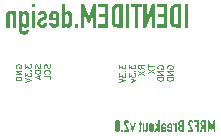
<source format=gbr>
%TF.GenerationSoftware,KiCad,Pcbnew,9.0.4*%
%TF.CreationDate,2025-11-17T08:26:59+00:00*%
%TF.ProjectId,MRF-Pro-v7-breakout-33,4d52462d-5072-46f2-9d76-372d62726561,rev?*%
%TF.SameCoordinates,Original*%
%TF.FileFunction,Legend,Bot*%
%TF.FilePolarity,Positive*%
%FSLAX46Y46*%
G04 Gerber Fmt 4.6, Leading zero omitted, Abs format (unit mm)*
G04 Created by KiCad (PCBNEW 9.0.4) date 2025-11-17 08:26:59*
%MOMM*%
%LPD*%
G01*
G04 APERTURE LIST*
%ADD10C,0.125000*%
%ADD11C,0.150000*%
G04 APERTURE END LIST*
D10*
X120891203Y-132463188D02*
X120867393Y-132415569D01*
X120867393Y-132415569D02*
X120867393Y-132344140D01*
X120867393Y-132344140D02*
X120891203Y-132272712D01*
X120891203Y-132272712D02*
X120938822Y-132225093D01*
X120938822Y-132225093D02*
X120986441Y-132201283D01*
X120986441Y-132201283D02*
X121081679Y-132177474D01*
X121081679Y-132177474D02*
X121153107Y-132177474D01*
X121153107Y-132177474D02*
X121248345Y-132201283D01*
X121248345Y-132201283D02*
X121295964Y-132225093D01*
X121295964Y-132225093D02*
X121343584Y-132272712D01*
X121343584Y-132272712D02*
X121367393Y-132344140D01*
X121367393Y-132344140D02*
X121367393Y-132391759D01*
X121367393Y-132391759D02*
X121343584Y-132463188D01*
X121343584Y-132463188D02*
X121319774Y-132486997D01*
X121319774Y-132486997D02*
X121153107Y-132486997D01*
X121153107Y-132486997D02*
X121153107Y-132391759D01*
X121367393Y-132701283D02*
X120867393Y-132701283D01*
X120867393Y-132701283D02*
X121367393Y-132986997D01*
X121367393Y-132986997D02*
X120867393Y-132986997D01*
X121367393Y-133225093D02*
X120867393Y-133225093D01*
X120867393Y-133225093D02*
X120867393Y-133344141D01*
X120867393Y-133344141D02*
X120891203Y-133415569D01*
X120891203Y-133415569D02*
X120938822Y-133463188D01*
X120938822Y-133463188D02*
X120986441Y-133486998D01*
X120986441Y-133486998D02*
X121081679Y-133510807D01*
X121081679Y-133510807D02*
X121153107Y-133510807D01*
X121153107Y-133510807D02*
X121248345Y-133486998D01*
X121248345Y-133486998D02*
X121295964Y-133463188D01*
X121295964Y-133463188D02*
X121343584Y-133415569D01*
X121343584Y-133415569D02*
X121367393Y-133344141D01*
X121367393Y-133344141D02*
X121367393Y-133225093D01*
X121672365Y-132153664D02*
X121672365Y-132463188D01*
X121672365Y-132463188D02*
X121862841Y-132296521D01*
X121862841Y-132296521D02*
X121862841Y-132367950D01*
X121862841Y-132367950D02*
X121886651Y-132415569D01*
X121886651Y-132415569D02*
X121910460Y-132439378D01*
X121910460Y-132439378D02*
X121958079Y-132463188D01*
X121958079Y-132463188D02*
X122077127Y-132463188D01*
X122077127Y-132463188D02*
X122124746Y-132439378D01*
X122124746Y-132439378D02*
X122148556Y-132415569D01*
X122148556Y-132415569D02*
X122172365Y-132367950D01*
X122172365Y-132367950D02*
X122172365Y-132225093D01*
X122172365Y-132225093D02*
X122148556Y-132177474D01*
X122148556Y-132177474D02*
X122124746Y-132153664D01*
X122124746Y-132677473D02*
X122148556Y-132701283D01*
X122148556Y-132701283D02*
X122172365Y-132677473D01*
X122172365Y-132677473D02*
X122148556Y-132653664D01*
X122148556Y-132653664D02*
X122124746Y-132677473D01*
X122124746Y-132677473D02*
X122172365Y-132677473D01*
X121672365Y-132867949D02*
X121672365Y-133177473D01*
X121672365Y-133177473D02*
X121862841Y-133010806D01*
X121862841Y-133010806D02*
X121862841Y-133082235D01*
X121862841Y-133082235D02*
X121886651Y-133129854D01*
X121886651Y-133129854D02*
X121910460Y-133153663D01*
X121910460Y-133153663D02*
X121958079Y-133177473D01*
X121958079Y-133177473D02*
X122077127Y-133177473D01*
X122077127Y-133177473D02*
X122124746Y-133153663D01*
X122124746Y-133153663D02*
X122148556Y-133129854D01*
X122148556Y-133129854D02*
X122172365Y-133082235D01*
X122172365Y-133082235D02*
X122172365Y-132939378D01*
X122172365Y-132939378D02*
X122148556Y-132891759D01*
X122148556Y-132891759D02*
X122124746Y-132867949D01*
X121672365Y-133320330D02*
X122172365Y-133486996D01*
X122172365Y-133486996D02*
X121672365Y-133653663D01*
X122953528Y-132177474D02*
X122977337Y-132248902D01*
X122977337Y-132248902D02*
X122977337Y-132367950D01*
X122977337Y-132367950D02*
X122953528Y-132415569D01*
X122953528Y-132415569D02*
X122929718Y-132439378D01*
X122929718Y-132439378D02*
X122882099Y-132463188D01*
X122882099Y-132463188D02*
X122834480Y-132463188D01*
X122834480Y-132463188D02*
X122786861Y-132439378D01*
X122786861Y-132439378D02*
X122763051Y-132415569D01*
X122763051Y-132415569D02*
X122739242Y-132367950D01*
X122739242Y-132367950D02*
X122715432Y-132272712D01*
X122715432Y-132272712D02*
X122691623Y-132225093D01*
X122691623Y-132225093D02*
X122667813Y-132201283D01*
X122667813Y-132201283D02*
X122620194Y-132177474D01*
X122620194Y-132177474D02*
X122572575Y-132177474D01*
X122572575Y-132177474D02*
X122524956Y-132201283D01*
X122524956Y-132201283D02*
X122501147Y-132225093D01*
X122501147Y-132225093D02*
X122477337Y-132272712D01*
X122477337Y-132272712D02*
X122477337Y-132391759D01*
X122477337Y-132391759D02*
X122501147Y-132463188D01*
X122977337Y-132677473D02*
X122477337Y-132677473D01*
X122477337Y-132677473D02*
X122477337Y-132796521D01*
X122477337Y-132796521D02*
X122501147Y-132867949D01*
X122501147Y-132867949D02*
X122548766Y-132915568D01*
X122548766Y-132915568D02*
X122596385Y-132939378D01*
X122596385Y-132939378D02*
X122691623Y-132963187D01*
X122691623Y-132963187D02*
X122763051Y-132963187D01*
X122763051Y-132963187D02*
X122858289Y-132939378D01*
X122858289Y-132939378D02*
X122905908Y-132915568D01*
X122905908Y-132915568D02*
X122953528Y-132867949D01*
X122953528Y-132867949D02*
X122977337Y-132796521D01*
X122977337Y-132796521D02*
X122977337Y-132677473D01*
X122834480Y-133153664D02*
X122834480Y-133391759D01*
X122977337Y-133106045D02*
X122477337Y-133272711D01*
X122477337Y-133272711D02*
X122977337Y-133439378D01*
X123758500Y-132177474D02*
X123782309Y-132248902D01*
X123782309Y-132248902D02*
X123782309Y-132367950D01*
X123782309Y-132367950D02*
X123758500Y-132415569D01*
X123758500Y-132415569D02*
X123734690Y-132439378D01*
X123734690Y-132439378D02*
X123687071Y-132463188D01*
X123687071Y-132463188D02*
X123639452Y-132463188D01*
X123639452Y-132463188D02*
X123591833Y-132439378D01*
X123591833Y-132439378D02*
X123568023Y-132415569D01*
X123568023Y-132415569D02*
X123544214Y-132367950D01*
X123544214Y-132367950D02*
X123520404Y-132272712D01*
X123520404Y-132272712D02*
X123496595Y-132225093D01*
X123496595Y-132225093D02*
X123472785Y-132201283D01*
X123472785Y-132201283D02*
X123425166Y-132177474D01*
X123425166Y-132177474D02*
X123377547Y-132177474D01*
X123377547Y-132177474D02*
X123329928Y-132201283D01*
X123329928Y-132201283D02*
X123306119Y-132225093D01*
X123306119Y-132225093D02*
X123282309Y-132272712D01*
X123282309Y-132272712D02*
X123282309Y-132391759D01*
X123282309Y-132391759D02*
X123306119Y-132463188D01*
X123734690Y-132963187D02*
X123758500Y-132939378D01*
X123758500Y-132939378D02*
X123782309Y-132867949D01*
X123782309Y-132867949D02*
X123782309Y-132820330D01*
X123782309Y-132820330D02*
X123758500Y-132748902D01*
X123758500Y-132748902D02*
X123710880Y-132701283D01*
X123710880Y-132701283D02*
X123663261Y-132677473D01*
X123663261Y-132677473D02*
X123568023Y-132653664D01*
X123568023Y-132653664D02*
X123496595Y-132653664D01*
X123496595Y-132653664D02*
X123401357Y-132677473D01*
X123401357Y-132677473D02*
X123353738Y-132701283D01*
X123353738Y-132701283D02*
X123306119Y-132748902D01*
X123306119Y-132748902D02*
X123282309Y-132820330D01*
X123282309Y-132820330D02*
X123282309Y-132867949D01*
X123282309Y-132867949D02*
X123306119Y-132939378D01*
X123306119Y-132939378D02*
X123329928Y-132963187D01*
X123782309Y-133415568D02*
X123782309Y-133177473D01*
X123782309Y-133177473D02*
X123282309Y-133177473D01*
D11*
G36*
X135459316Y-129060000D02*
G01*
X135459316Y-127066978D01*
X135173674Y-127066978D01*
X135173674Y-129060000D01*
X135459316Y-129060000D01*
G37*
G36*
X134896580Y-129060000D02*
G01*
X134499808Y-129060000D01*
X134372553Y-129050537D01*
X134267687Y-129024148D01*
X134181172Y-128982806D01*
X134109874Y-128927009D01*
X134053983Y-128856936D01*
X134011797Y-128767878D01*
X133984334Y-128655489D01*
X133974319Y-128514239D01*
X133974319Y-127582086D01*
X133974471Y-127580010D01*
X134259961Y-127580010D01*
X134259961Y-128544159D01*
X134266624Y-128629183D01*
X134284170Y-128690461D01*
X134310153Y-128733813D01*
X134347975Y-128765528D01*
X134402581Y-128786378D01*
X134480024Y-128794263D01*
X134610938Y-128794263D01*
X134610938Y-127332714D01*
X134480024Y-127332714D01*
X134399185Y-127341247D01*
X134344018Y-127363558D01*
X134307344Y-127397316D01*
X134273045Y-127470672D01*
X134259961Y-127580010D01*
X133974471Y-127580010D01*
X133983342Y-127458844D01*
X134008561Y-127356669D01*
X134048135Y-127271838D01*
X134101570Y-127201434D01*
X134169029Y-127144902D01*
X134251418Y-127103162D01*
X134351870Y-127076537D01*
X134474528Y-127066978D01*
X134896580Y-127066978D01*
X134896580Y-129060000D01*
G37*
G36*
X133704675Y-129060000D02*
G01*
X133704675Y-127066978D01*
X132852756Y-127066978D01*
X132852756Y-127332714D01*
X133419033Y-127332714D01*
X133419033Y-127918897D01*
X132927006Y-127918897D01*
X132927006Y-128184633D01*
X133419033Y-128184633D01*
X133419033Y-128774113D01*
X132852756Y-128774113D01*
X132852756Y-129060000D01*
X133704675Y-129060000D01*
G37*
G36*
X132676901Y-129060000D02*
G01*
X132676901Y-127066978D01*
X132405181Y-127066978D01*
X131965666Y-128267798D01*
X131965666Y-127066978D01*
X131680024Y-127066978D01*
X131680024Y-129060000D01*
X131946249Y-129060000D01*
X132391259Y-127861988D01*
X132391259Y-129060000D01*
X132676901Y-129060000D01*
G37*
G36*
X131235258Y-129060000D02*
G01*
X131235258Y-127332714D01*
X131567062Y-127332714D01*
X131567062Y-127066978D01*
X130621353Y-127066978D01*
X130621353Y-127332714D01*
X130949616Y-127332714D01*
X130949616Y-129060000D01*
X131235258Y-129060000D01*
G37*
G36*
X130490439Y-129060000D02*
G01*
X130490439Y-127066978D01*
X130204797Y-127066978D01*
X130204797Y-129060000D01*
X130490439Y-129060000D01*
G37*
G36*
X129927704Y-129060000D02*
G01*
X129530931Y-129060000D01*
X129403676Y-129050537D01*
X129298811Y-129024148D01*
X129212295Y-128982806D01*
X129140997Y-128927009D01*
X129085107Y-128856936D01*
X129042920Y-128767878D01*
X129015458Y-128655489D01*
X129005443Y-128514239D01*
X129005443Y-127582086D01*
X129005595Y-127580010D01*
X129291085Y-127580010D01*
X129291085Y-128544159D01*
X129297748Y-128629183D01*
X129315294Y-128690461D01*
X129341277Y-128733813D01*
X129379099Y-128765528D01*
X129433705Y-128786378D01*
X129511147Y-128794263D01*
X129642062Y-128794263D01*
X129642062Y-127332714D01*
X129511147Y-127332714D01*
X129430309Y-127341247D01*
X129375141Y-127363558D01*
X129338468Y-127397316D01*
X129304168Y-127470672D01*
X129291085Y-127580010D01*
X129005595Y-127580010D01*
X129014466Y-127458844D01*
X129039685Y-127356669D01*
X129079259Y-127271838D01*
X129132693Y-127201434D01*
X129200153Y-127144902D01*
X129282541Y-127103162D01*
X129382994Y-127076537D01*
X129505652Y-127066978D01*
X129927704Y-127066978D01*
X129927704Y-129060000D01*
G37*
G36*
X128735799Y-129060000D02*
G01*
X128735799Y-127066978D01*
X127883879Y-127066978D01*
X127883879Y-127332714D01*
X128450157Y-127332714D01*
X128450157Y-127918897D01*
X127958129Y-127918897D01*
X127958129Y-128184633D01*
X128450157Y-128184633D01*
X128450157Y-128774113D01*
X127883879Y-128774113D01*
X127883879Y-129060000D01*
X128735799Y-129060000D01*
G37*
G36*
X127700209Y-129060000D02*
G01*
X127700209Y-127066978D01*
X127428489Y-127066978D01*
X127059682Y-128122229D01*
X127054064Y-128122229D01*
X126687822Y-127066978D01*
X126410607Y-127066978D01*
X126410607Y-129060000D01*
X126696249Y-129060000D01*
X126696249Y-127847944D01*
X126701866Y-127847944D01*
X126986409Y-128704504D01*
X127130024Y-128704504D01*
X127414567Y-127847944D01*
X127414567Y-129060000D01*
X127700209Y-129060000D01*
G37*
G36*
X126160502Y-129060000D02*
G01*
X126160502Y-128774113D01*
X125874860Y-128774113D01*
X125874860Y-129060000D01*
X126160502Y-129060000D01*
G37*
G36*
X125077285Y-127767588D02*
G01*
X125130258Y-127704856D01*
X125190858Y-127659755D01*
X125260395Y-127631598D01*
X125340823Y-127621898D01*
X125439287Y-127632245D01*
X125500680Y-127658290D01*
X125566351Y-127712694D01*
X125609729Y-127781493D01*
X125632327Y-127868339D01*
X125640753Y-128095240D01*
X125640753Y-128635872D01*
X125629640Y-128823572D01*
X125614335Y-128890042D01*
X125593248Y-128941175D01*
X125552324Y-128999279D01*
X125499249Y-129040451D01*
X125431616Y-129066298D01*
X125345097Y-129075631D01*
X125253018Y-129064518D01*
X125183286Y-129033866D01*
X125127477Y-128988070D01*
X125074476Y-128931039D01*
X125074476Y-129060000D01*
X124788834Y-129060000D01*
X124788834Y-128062023D01*
X125074476Y-128062023D01*
X125074476Y-128614256D01*
X125084788Y-128687265D01*
X125113433Y-128741873D01*
X125158379Y-128778531D01*
X125216137Y-128790844D01*
X125261399Y-128784502D01*
X125295695Y-128766811D01*
X125321772Y-128737599D01*
X125346059Y-128678867D01*
X125355111Y-128597404D01*
X125355111Y-128076067D01*
X125347580Y-128011928D01*
X125326046Y-127958342D01*
X125302359Y-127931366D01*
X125267185Y-127914222D01*
X125216137Y-127907784D01*
X125160071Y-127918736D01*
X125114776Y-127951259D01*
X125084882Y-127999787D01*
X125074476Y-128062023D01*
X124788834Y-128062023D01*
X124788834Y-127066978D01*
X125077285Y-127066978D01*
X125077285Y-127767588D01*
G37*
G36*
X124238129Y-127628604D02*
G01*
X124313561Y-127647619D01*
X124378384Y-127677951D01*
X124461674Y-127743360D01*
X124522732Y-127826451D01*
X124548247Y-127885454D01*
X124564741Y-127955167D01*
X124575854Y-128114902D01*
X124575854Y-128582627D01*
X124564741Y-128742362D01*
X124548247Y-128812074D01*
X124522732Y-128871078D01*
X124461679Y-128954193D01*
X124378384Y-129019699D01*
X124313569Y-129049963D01*
X124238136Y-129068938D01*
X124149895Y-129075631D01*
X124055222Y-129066942D01*
X123973429Y-129042048D01*
X123900109Y-129001891D01*
X123838852Y-128949724D01*
X123775978Y-128866947D01*
X123737495Y-128767843D01*
X123723935Y-128647718D01*
X124009577Y-128647718D01*
X124020188Y-128694338D01*
X124041817Y-128742484D01*
X124063755Y-128767374D01*
X124098049Y-128783549D01*
X124149773Y-128789745D01*
X124209180Y-128780174D01*
X124252355Y-128753475D01*
X124280141Y-128711221D01*
X124290212Y-128650526D01*
X124290212Y-128458185D01*
X123723935Y-128458185D01*
X123723935Y-128069717D01*
X124009577Y-128069717D01*
X124009577Y-128231528D01*
X124290212Y-128231528D01*
X124290212Y-128069717D01*
X124279772Y-127995860D01*
X124252355Y-127948328D01*
X124208812Y-127918333D01*
X124149773Y-127907784D01*
X124090945Y-127918322D01*
X124047435Y-127948328D01*
X124020018Y-127995860D01*
X124009577Y-128069717D01*
X123723935Y-128069717D01*
X123723935Y-128065321D01*
X123737042Y-127942342D01*
X123774559Y-127837960D01*
X123836043Y-127748171D01*
X123897517Y-127695962D01*
X123971964Y-127655603D01*
X124055027Y-127630582D01*
X124149895Y-127621898D01*
X124238129Y-127628604D01*
G37*
G36*
X123000976Y-128034180D02*
G01*
X123012546Y-127968113D01*
X123044207Y-127924270D01*
X123090577Y-127896761D01*
X123143126Y-127887634D01*
X123203418Y-127898984D01*
X123246196Y-127931109D01*
X123273322Y-127977800D01*
X123282344Y-128030760D01*
X123277526Y-128069454D01*
X123262683Y-128108185D01*
X123232294Y-128140936D01*
X123161444Y-128176817D01*
X122992794Y-128244228D01*
X122891860Y-128293669D01*
X122820296Y-128349948D01*
X122772243Y-128412878D01*
X122738727Y-128486029D01*
X122718608Y-128563345D01*
X122711793Y-128646008D01*
X122720019Y-128733352D01*
X122744155Y-128813070D01*
X122782546Y-128885911D01*
X122832693Y-128949235D01*
X122894103Y-129001615D01*
X122967637Y-129041926D01*
X123048989Y-129067034D01*
X123139218Y-129075631D01*
X123251050Y-129063078D01*
X123347289Y-129026851D01*
X123431454Y-128966821D01*
X123484442Y-128908093D01*
X123527198Y-128834563D01*
X123554140Y-128750688D01*
X123563712Y-128649183D01*
X123296144Y-128649183D01*
X123281575Y-128706240D01*
X123254867Y-128759214D01*
X123229061Y-128786297D01*
X123192038Y-128803489D01*
X123139706Y-128809895D01*
X123080470Y-128799792D01*
X123027355Y-128769228D01*
X122990404Y-128721325D01*
X122977529Y-128655411D01*
X122985495Y-128599887D01*
X123008426Y-128554417D01*
X123048212Y-128517573D01*
X123120900Y-128481266D01*
X123258653Y-128430708D01*
X123344053Y-128390506D01*
X123414083Y-128340520D01*
X123470778Y-128280621D01*
X123513121Y-128210590D01*
X123539047Y-128130401D01*
X123548080Y-128037477D01*
X123539582Y-127950202D01*
X123514619Y-127870537D01*
X123474638Y-127798226D01*
X123422418Y-127737058D01*
X123361993Y-127687685D01*
X123291381Y-127651451D01*
X123213799Y-127629403D01*
X123129448Y-127621898D01*
X123045263Y-127629710D01*
X122968981Y-127652550D01*
X122899887Y-127689671D01*
X122841852Y-127738890D01*
X122794804Y-127799251D01*
X122758199Y-127871270D01*
X122735203Y-127949835D01*
X122727424Y-128034180D01*
X123000976Y-128034180D01*
G37*
G36*
X122532030Y-129060000D02*
G01*
X122532030Y-127637529D01*
X122246388Y-127637529D01*
X122246388Y-129060000D01*
X122532030Y-129060000D01*
G37*
G36*
X122532030Y-127352864D02*
G01*
X122532030Y-127066978D01*
X122246388Y-127066978D01*
X122246388Y-127352864D01*
X122532030Y-127352864D01*
G37*
G36*
X121811796Y-127636154D02*
G01*
X121872819Y-127662198D01*
X121938179Y-127716640D01*
X121981369Y-127785478D01*
X122003855Y-127872369D01*
X122012281Y-128099270D01*
X122012281Y-128640268D01*
X122001168Y-128827969D01*
X121985854Y-128894529D01*
X121964776Y-128945572D01*
X121923844Y-129003737D01*
X121870765Y-129044944D01*
X121803134Y-129070810D01*
X121716625Y-129080150D01*
X121634015Y-129070396D01*
X121564462Y-129042414D01*
X121504206Y-128997234D01*
X121451500Y-128934459D01*
X121446004Y-128934459D01*
X121446004Y-129214239D01*
X121454195Y-129277090D01*
X121476901Y-129324759D01*
X121515645Y-129356440D01*
X121577896Y-129368112D01*
X121643662Y-129356284D01*
X121688782Y-129323415D01*
X121717534Y-129276374D01*
X121726639Y-129228283D01*
X122012281Y-129228283D01*
X121989670Y-129347232D01*
X121955006Y-129434057D01*
X121906187Y-129507087D01*
X121850226Y-129561552D01*
X121788350Y-129604788D01*
X121721755Y-129632871D01*
X121652244Y-129648882D01*
X121587665Y-129653998D01*
X121481002Y-129643993D01*
X121395080Y-129616140D01*
X121320203Y-129571750D01*
X121260868Y-129516612D01*
X121215127Y-129453753D01*
X121184176Y-129383377D01*
X121166219Y-129308863D01*
X121160362Y-129236221D01*
X121160362Y-128087791D01*
X121446004Y-128087791D01*
X121446004Y-128640146D01*
X121456410Y-128702383D01*
X121486304Y-128750910D01*
X121531590Y-128783337D01*
X121587665Y-128794263D01*
X121638726Y-128787837D01*
X121673898Y-128770730D01*
X121697575Y-128743827D01*
X121719108Y-128690242D01*
X121726639Y-128626102D01*
X121726639Y-128104521D01*
X121717591Y-128023165D01*
X121693300Y-127964448D01*
X121667214Y-127935162D01*
X121632917Y-127917434D01*
X121587665Y-127911081D01*
X121529918Y-127923420D01*
X121484961Y-127960174D01*
X121456316Y-128014782D01*
X121446004Y-128087791D01*
X121160362Y-128087791D01*
X121160362Y-127641437D01*
X121446004Y-127641437D01*
X121446004Y-127770642D01*
X121499005Y-127713611D01*
X121554815Y-127667571D01*
X121623203Y-127637041D01*
X121713817Y-127625806D01*
X121811796Y-127636154D01*
G37*
G36*
X120923935Y-129060000D02*
G01*
X120923935Y-127637529D01*
X120638293Y-127637529D01*
X120638293Y-127775526D01*
X120632798Y-127775526D01*
X120583331Y-127714144D01*
X120525453Y-127665251D01*
X120456381Y-127633430D01*
X120364863Y-127621898D01*
X120312326Y-127626383D01*
X120258984Y-127640094D01*
X120209101Y-127664058D01*
X120164096Y-127700422D01*
X120127148Y-127747249D01*
X120097173Y-127808377D01*
X120078809Y-127878406D01*
X120072016Y-127969455D01*
X120072016Y-129060000D01*
X120357658Y-129060000D01*
X120357658Y-128076067D01*
X120367440Y-128003492D01*
X120393806Y-127952725D01*
X120436600Y-127919456D01*
X120496632Y-127907784D01*
X120547648Y-127914184D01*
X120583301Y-127931314D01*
X120607763Y-127958342D01*
X120629658Y-128015393D01*
X120638293Y-128104033D01*
X120638293Y-129060000D01*
X120923935Y-129060000D01*
G37*
G36*
X137783565Y-137880000D02*
G01*
X137783565Y-136883489D01*
X137647705Y-136883489D01*
X137463302Y-137411114D01*
X137460493Y-137411114D01*
X137277372Y-136883489D01*
X137138764Y-136883489D01*
X137138764Y-137880000D01*
X137281585Y-137880000D01*
X137281585Y-137273972D01*
X137284394Y-137273972D01*
X137426666Y-137702252D01*
X137498473Y-137702252D01*
X137640744Y-137273972D01*
X137640744Y-137880000D01*
X137783565Y-137880000D01*
G37*
G36*
X137005896Y-137880000D02*
G01*
X136863075Y-137880000D01*
X136863075Y-137454040D01*
X136778079Y-137454040D01*
X136645638Y-137880000D01*
X136494452Y-137880000D01*
X136648447Y-137424853D01*
X136606210Y-137396114D01*
X136574719Y-137363125D01*
X136552520Y-137325507D01*
X136537903Y-137283599D01*
X136528557Y-137234137D01*
X136525226Y-137175786D01*
X136525457Y-137172672D01*
X136668047Y-137172672D01*
X136672199Y-137239534D01*
X136678358Y-137266912D01*
X136687526Y-137288138D01*
X136702372Y-137305428D01*
X136722391Y-137318424D01*
X136746852Y-137326044D01*
X136782292Y-137328988D01*
X136863075Y-137328988D01*
X136863075Y-137016357D01*
X136789253Y-137016357D01*
X136741807Y-137021561D01*
X136709838Y-137035137D01*
X136688930Y-137055741D01*
X136678636Y-137078324D01*
X136672199Y-137105811D01*
X136668047Y-137172672D01*
X136525457Y-137172672D01*
X136531584Y-137090228D01*
X136548819Y-137024159D01*
X136575024Y-136973535D01*
X136609577Y-136935266D01*
X136653216Y-136907504D01*
X136707935Y-136889863D01*
X136776735Y-136883489D01*
X137005896Y-136883489D01*
X137005896Y-137880000D01*
G37*
G36*
X136409944Y-137880000D02*
G01*
X136409944Y-136883489D01*
X135983984Y-136883489D01*
X135983984Y-137016357D01*
X136267123Y-137016357D01*
X136267123Y-137321172D01*
X136021109Y-137321172D01*
X136021109Y-137454040D01*
X136267123Y-137454040D01*
X136267123Y-137880000D01*
X136409944Y-137880000D01*
G37*
G36*
X135911688Y-137880000D02*
G01*
X135911688Y-137745483D01*
X135655416Y-137258951D01*
X135639512Y-137223014D01*
X135633129Y-137195143D01*
X135630321Y-137127121D01*
X135630321Y-137088592D01*
X135632158Y-137069021D01*
X135637342Y-137052749D01*
X135646026Y-137038643D01*
X135658347Y-137026859D01*
X135674367Y-137019280D01*
X135698892Y-137016357D01*
X135728431Y-137021149D01*
X135750000Y-137034553D01*
X135763782Y-137055948D01*
X135768867Y-137087798D01*
X135768867Y-137169192D01*
X135911688Y-137169192D01*
X135911688Y-137090668D01*
X135907456Y-137046988D01*
X135894958Y-137006587D01*
X135875007Y-136969670D01*
X135848918Y-136937894D01*
X135818441Y-136911595D01*
X135781934Y-136890938D01*
X135741677Y-136877839D01*
X135698220Y-136873414D01*
X135645077Y-136878789D01*
X135602660Y-136893747D01*
X135566107Y-136917817D01*
X135536348Y-136949129D01*
X135514731Y-136986276D01*
X135499406Y-137029057D01*
X135490537Y-137074845D01*
X135487500Y-137124373D01*
X135487500Y-137185373D01*
X135491713Y-137232329D01*
X135505818Y-137277208D01*
X135532562Y-137331857D01*
X135743649Y-137737056D01*
X135485729Y-137737056D01*
X135485729Y-137880000D01*
X135911688Y-137880000D01*
G37*
G36*
X135111549Y-137880000D02*
G01*
X134917315Y-137880000D01*
X134846902Y-137874788D01*
X134791415Y-137860540D01*
X134747889Y-137838679D01*
X134714043Y-137809658D01*
X134687558Y-137772990D01*
X134667740Y-137728189D01*
X134655003Y-137673577D01*
X134650418Y-137607058D01*
X134650418Y-137567491D01*
X134783286Y-137567491D01*
X134786095Y-137635329D01*
X134791544Y-137664916D01*
X134801543Y-137689002D01*
X134817054Y-137708993D01*
X134838790Y-137724356D01*
X134866060Y-137733486D01*
X134906934Y-137737056D01*
X134968728Y-137737056D01*
X134968728Y-137414961D01*
X134905530Y-137414961D01*
X134868232Y-137417522D01*
X134842332Y-137424120D01*
X134820784Y-137436039D01*
X134804352Y-137453124D01*
X134794032Y-137474383D01*
X134787500Y-137501118D01*
X134783286Y-137567491D01*
X134650418Y-137567491D01*
X134650418Y-137550760D01*
X134653463Y-137497491D01*
X134661680Y-137456056D01*
X134673988Y-137424181D01*
X134692456Y-137395869D01*
X134716650Y-137372557D01*
X134747322Y-137353839D01*
X134704189Y-137322354D01*
X134675331Y-137287039D01*
X134664666Y-137264908D01*
X134656707Y-137238312D01*
X134652137Y-137208903D01*
X134650418Y-137170169D01*
X134650418Y-137150324D01*
X134783286Y-137150324D01*
X134786501Y-137195475D01*
X134795081Y-137229300D01*
X134807894Y-137254310D01*
X134827328Y-137272746D01*
X134857868Y-137285110D01*
X134904125Y-137289909D01*
X134968728Y-137289909D01*
X134968728Y-137016357D01*
X134909743Y-137016357D01*
X134863160Y-137020850D01*
X134831545Y-137032501D01*
X134810703Y-137049818D01*
X134796372Y-137073716D01*
X134786852Y-137106334D01*
X134783286Y-137150324D01*
X134650418Y-137150324D01*
X134650418Y-137133960D01*
X134653773Y-137085928D01*
X134663729Y-137040048D01*
X134681387Y-136997337D01*
X134707693Y-136959998D01*
X134742234Y-136929113D01*
X134786706Y-136904371D01*
X134837969Y-136889071D01*
X134903332Y-136883489D01*
X135111549Y-136883489D01*
X135111549Y-137880000D01*
G37*
G36*
X134523412Y-137880000D02*
G01*
X134523412Y-137168764D01*
X134380591Y-137168764D01*
X134380591Y-137244785D01*
X134336384Y-137209080D01*
X134295106Y-137183358D01*
X134249778Y-137166926D01*
X134191242Y-137160949D01*
X134191242Y-137312318D01*
X134212676Y-137305992D01*
X134234717Y-137303892D01*
X134283138Y-137311646D01*
X134307777Y-137321924D01*
X134330094Y-137337536D01*
X134350189Y-137358237D01*
X134366608Y-137385225D01*
X134376832Y-137416809D01*
X134380591Y-137458070D01*
X134380591Y-137880000D01*
X134523412Y-137880000D01*
G37*
G36*
X133977438Y-137164302D02*
G01*
X134015154Y-137173809D01*
X134047566Y-137188975D01*
X134089211Y-137221680D01*
X134119740Y-137263225D01*
X134132497Y-137292727D01*
X134140744Y-137327583D01*
X134146301Y-137407451D01*
X134146301Y-137641313D01*
X134140744Y-137721181D01*
X134132497Y-137756037D01*
X134119740Y-137785539D01*
X134089214Y-137827096D01*
X134047566Y-137859849D01*
X134015158Y-137874981D01*
X133977442Y-137884469D01*
X133933321Y-137887815D01*
X133885985Y-137883471D01*
X133845088Y-137871024D01*
X133808428Y-137850945D01*
X133777800Y-137824862D01*
X133746363Y-137783473D01*
X133727121Y-137733921D01*
X133720341Y-137673859D01*
X133863162Y-137673859D01*
X133868468Y-137697169D01*
X133879282Y-137721242D01*
X133890251Y-137733687D01*
X133907398Y-137741774D01*
X133933260Y-137744872D01*
X133962964Y-137740087D01*
X133984551Y-137726737D01*
X133998444Y-137705610D01*
X134003480Y-137675263D01*
X134003480Y-137579092D01*
X133720341Y-137579092D01*
X133720341Y-137384858D01*
X133863162Y-137384858D01*
X133863162Y-137465764D01*
X134003480Y-137465764D01*
X134003480Y-137384858D01*
X133998260Y-137347930D01*
X133984551Y-137324164D01*
X133962780Y-137309166D01*
X133933260Y-137303892D01*
X133903846Y-137309161D01*
X133882091Y-137324164D01*
X133868383Y-137347930D01*
X133863162Y-137384858D01*
X133720341Y-137384858D01*
X133720341Y-137382660D01*
X133726895Y-137321171D01*
X133745654Y-137268980D01*
X133776395Y-137224085D01*
X133807132Y-137197981D01*
X133844356Y-137177801D01*
X133885888Y-137165291D01*
X133933321Y-137160949D01*
X133977438Y-137164302D01*
G37*
G36*
X133464616Y-137165124D02*
G01*
X133505591Y-137177069D01*
X133542325Y-137196350D01*
X133572880Y-137221215D01*
X133605731Y-137263602D01*
X133627307Y-137314279D01*
X133637421Y-137375333D01*
X133498813Y-137375333D01*
X133487322Y-137343840D01*
X133468527Y-137322088D01*
X133443937Y-137308388D01*
X133417175Y-137303892D01*
X133391136Y-137306956D01*
X133373103Y-137315084D01*
X133360877Y-137327705D01*
X133349496Y-137353723D01*
X133345368Y-137387972D01*
X133345368Y-137462161D01*
X133366434Y-137460757D01*
X133383286Y-137459352D01*
X133398735Y-137457948D01*
X133414122Y-137457948D01*
X133478363Y-137462010D01*
X133525069Y-137472663D01*
X133564771Y-137491529D01*
X133593885Y-137516810D01*
X133616048Y-137550641D01*
X133630399Y-137593136D01*
X133637603Y-137640505D01*
X133640230Y-137698771D01*
X133636165Y-137754590D01*
X133625514Y-137794698D01*
X133607825Y-137828370D01*
X133586863Y-137851423D01*
X133561972Y-137869339D01*
X133537037Y-137880061D01*
X133485807Y-137887815D01*
X133437590Y-137882075D01*
X133405024Y-137866994D01*
X133377511Y-137842767D01*
X133348176Y-137807215D01*
X133345368Y-137807215D01*
X133345368Y-137879450D01*
X133202547Y-137879450D01*
X133202547Y-137575490D01*
X133345368Y-137575490D01*
X133345368Y-137671905D01*
X133350921Y-137711729D01*
X133365823Y-137739010D01*
X133389680Y-137756579D01*
X133422793Y-137762763D01*
X133454449Y-137756313D01*
X133477686Y-137737606D01*
X133492176Y-137709559D01*
X133497409Y-137671905D01*
X133493145Y-137635318D01*
X133481856Y-137610039D01*
X133464375Y-137592953D01*
X133428741Y-137576917D01*
X133384813Y-137571277D01*
X133345368Y-137575490D01*
X133202547Y-137575490D01*
X133202547Y-137385041D01*
X133206990Y-137331224D01*
X133219399Y-137287039D01*
X133239419Y-137247899D01*
X133264279Y-137216941D01*
X133296109Y-137192535D01*
X133333033Y-137174993D01*
X133373324Y-137164523D01*
X133417175Y-137160949D01*
X133464616Y-137165124D01*
G37*
G36*
X133098988Y-137880000D02*
G01*
X133098988Y-136883489D01*
X132956167Y-136883489D01*
X132956167Y-137478770D01*
X132953419Y-137478770D01*
X132781167Y-137168764D01*
X132638407Y-137168764D01*
X132807789Y-137457765D01*
X132603419Y-137880000D01*
X132758818Y-137880000D01*
X132887595Y-137572803D01*
X132956167Y-137680819D01*
X132956167Y-137880000D01*
X133098988Y-137880000D01*
G37*
G36*
X132414284Y-137164302D02*
G01*
X132452000Y-137173809D01*
X132484412Y-137188975D01*
X132526057Y-137221680D01*
X132556585Y-137263225D01*
X132569343Y-137292727D01*
X132577590Y-137327583D01*
X132583147Y-137407451D01*
X132583147Y-137641313D01*
X132577590Y-137721181D01*
X132569343Y-137756037D01*
X132556585Y-137785539D01*
X132526059Y-137827096D01*
X132484412Y-137859849D01*
X132452004Y-137874981D01*
X132414288Y-137884469D01*
X132370167Y-137887815D01*
X132326088Y-137884469D01*
X132288413Y-137874981D01*
X132256045Y-137859849D01*
X132214347Y-137827092D01*
X132183810Y-137785539D01*
X132171052Y-137756037D01*
X132162805Y-137721181D01*
X132157187Y-137641313D01*
X132157187Y-137407451D01*
X132158759Y-137385102D01*
X132300008Y-137385102D01*
X132300008Y-137663722D01*
X132305230Y-137700768D01*
X132318937Y-137724600D01*
X132340692Y-137739603D01*
X132370106Y-137744872D01*
X132399625Y-137739598D01*
X132421397Y-137724600D01*
X132435104Y-137700768D01*
X132440326Y-137663722D01*
X132440326Y-137385102D01*
X132435104Y-137348057D01*
X132421397Y-137324225D01*
X132399620Y-137309180D01*
X132370106Y-137303892D01*
X132340697Y-137309175D01*
X132318937Y-137324225D01*
X132305230Y-137348057D01*
X132300008Y-137385102D01*
X132158759Y-137385102D01*
X132162805Y-137327583D01*
X132171052Y-137292727D01*
X132183810Y-137263225D01*
X132214349Y-137221684D01*
X132256045Y-137188975D01*
X132288417Y-137173809D01*
X132326091Y-137164302D01*
X132370167Y-137160949D01*
X132414284Y-137164302D01*
G37*
G36*
X131627669Y-137168764D02*
G01*
X131627669Y-137880000D01*
X131770490Y-137880000D01*
X131770490Y-137811001D01*
X131773237Y-137811001D01*
X131797986Y-137841738D01*
X131826971Y-137866200D01*
X131861451Y-137882062D01*
X131907205Y-137887815D01*
X131933473Y-137885573D01*
X131960144Y-137878717D01*
X131985092Y-137866700D01*
X132007588Y-137848553D01*
X132026079Y-137825151D01*
X132041111Y-137794637D01*
X132050248Y-137759565D01*
X132053628Y-137713975D01*
X132053628Y-137168764D01*
X131910807Y-137168764D01*
X131910807Y-137660792D01*
X131905916Y-137697079D01*
X131892733Y-137722463D01*
X131871342Y-137739050D01*
X131841320Y-137744872D01*
X131815806Y-137741678D01*
X131797981Y-137733132D01*
X131785755Y-137719654D01*
X131774809Y-137691122D01*
X131770490Y-137646748D01*
X131770490Y-137168764D01*
X131627669Y-137168764D01*
G37*
G36*
X131507684Y-137168764D02*
G01*
X131507684Y-136953831D01*
X131364863Y-136953831D01*
X131364863Y-137168764D01*
X131278890Y-137168764D01*
X131278890Y-137282093D01*
X131364863Y-137282093D01*
X131364863Y-137676912D01*
X131360101Y-137716235D01*
X131353666Y-137728712D01*
X131344408Y-137737362D01*
X131317786Y-137745727D01*
X131278890Y-137747131D01*
X131278890Y-137880000D01*
X131337142Y-137880000D01*
X131383201Y-137875853D01*
X131418230Y-137864612D01*
X131448057Y-137846726D01*
X131470254Y-137825411D01*
X131487037Y-137800099D01*
X131498709Y-137771495D01*
X131505506Y-137741456D01*
X131507684Y-137713365D01*
X131507684Y-137282093D01*
X131579797Y-137282093D01*
X131579797Y-137168764D01*
X131507684Y-137168764D01*
G37*
G36*
X130528698Y-137168764D02*
G01*
X130713529Y-137880000D01*
X130839497Y-137880000D01*
X131024328Y-137168764D01*
X130873142Y-137168764D01*
X130777948Y-137623300D01*
X130775139Y-137623300D01*
X130679945Y-137168764D01*
X130528698Y-137168764D01*
G37*
G36*
X130483635Y-137880000D02*
G01*
X130483635Y-137745483D01*
X130227363Y-137258951D01*
X130211459Y-137223014D01*
X130205076Y-137195143D01*
X130202267Y-137127121D01*
X130202267Y-137088592D01*
X130204105Y-137069021D01*
X130209289Y-137052749D01*
X130217973Y-137038643D01*
X130230294Y-137026859D01*
X130246314Y-137019280D01*
X130270839Y-137016357D01*
X130300378Y-137021149D01*
X130321946Y-137034553D01*
X130335729Y-137055948D01*
X130340814Y-137087798D01*
X130340814Y-137169192D01*
X130483635Y-137169192D01*
X130483635Y-137090668D01*
X130479403Y-137046988D01*
X130466905Y-137006587D01*
X130446954Y-136969670D01*
X130420865Y-136937894D01*
X130390388Y-136911595D01*
X130353881Y-136890938D01*
X130313624Y-136877839D01*
X130270167Y-136873414D01*
X130217024Y-136878789D01*
X130174607Y-136893747D01*
X130138054Y-136917817D01*
X130108295Y-136949129D01*
X130086678Y-136986276D01*
X130071353Y-137029057D01*
X130062484Y-137074845D01*
X130059446Y-137124373D01*
X130059446Y-137185373D01*
X130063660Y-137232329D01*
X130077765Y-137277208D01*
X130104509Y-137331857D01*
X130315596Y-137737056D01*
X130057676Y-137737056D01*
X130057676Y-137880000D01*
X130483635Y-137880000D01*
G37*
G36*
X129951186Y-137880000D02*
G01*
X129951186Y-137737056D01*
X129808365Y-137737056D01*
X129808365Y-137880000D01*
X129951186Y-137880000D01*
G37*
G36*
X129531337Y-136877110D02*
G01*
X129570655Y-136888129D01*
X129606971Y-136906211D01*
X129638616Y-136930872D01*
X129664910Y-136961477D01*
X129685572Y-136998161D01*
X129698492Y-137039269D01*
X129703035Y-137087798D01*
X129703035Y-137673492D01*
X129698494Y-137721976D01*
X129685572Y-137763129D01*
X129664913Y-137799761D01*
X129638616Y-137830357D01*
X129606971Y-137855018D01*
X129570655Y-137873100D01*
X129531337Y-137884119D01*
X129490055Y-137887815D01*
X129448826Y-137884120D01*
X129409516Y-137873100D01*
X129373201Y-137855018D01*
X129341556Y-137830357D01*
X129315307Y-137799766D01*
X129294661Y-137763129D01*
X129281647Y-137721969D01*
X129277076Y-137673492D01*
X129277076Y-137087798D01*
X129277082Y-137087737D01*
X129419897Y-137087737D01*
X129419897Y-137673431D01*
X129424922Y-137701925D01*
X129439558Y-137724600D01*
X129461675Y-137739686D01*
X129489994Y-137744872D01*
X129518429Y-137739683D01*
X129540614Y-137724600D01*
X129555202Y-137701930D01*
X129560214Y-137673431D01*
X129560214Y-137087737D01*
X129555203Y-137059301D01*
X129540614Y-137036690D01*
X129518424Y-137021560D01*
X129489994Y-137016357D01*
X129461680Y-137021557D01*
X129439558Y-137036690D01*
X129424921Y-137059306D01*
X129419897Y-137087737D01*
X129277082Y-137087737D01*
X129281650Y-137039275D01*
X129294661Y-136998161D01*
X129315311Y-136961473D01*
X129341556Y-136930872D01*
X129373201Y-136906211D01*
X129409516Y-136888129D01*
X129448826Y-136877109D01*
X129490055Y-136873414D01*
X129531337Y-136877110D01*
G37*
D10*
X129657449Y-132203664D02*
X129657449Y-132513188D01*
X129657449Y-132513188D02*
X129847925Y-132346521D01*
X129847925Y-132346521D02*
X129847925Y-132417950D01*
X129847925Y-132417950D02*
X129871735Y-132465569D01*
X129871735Y-132465569D02*
X129895544Y-132489378D01*
X129895544Y-132489378D02*
X129943163Y-132513188D01*
X129943163Y-132513188D02*
X130062211Y-132513188D01*
X130062211Y-132513188D02*
X130109830Y-132489378D01*
X130109830Y-132489378D02*
X130133640Y-132465569D01*
X130133640Y-132465569D02*
X130157449Y-132417950D01*
X130157449Y-132417950D02*
X130157449Y-132275093D01*
X130157449Y-132275093D02*
X130133640Y-132227474D01*
X130133640Y-132227474D02*
X130109830Y-132203664D01*
X130109830Y-132727473D02*
X130133640Y-132751283D01*
X130133640Y-132751283D02*
X130157449Y-132727473D01*
X130157449Y-132727473D02*
X130133640Y-132703664D01*
X130133640Y-132703664D02*
X130109830Y-132727473D01*
X130109830Y-132727473D02*
X130157449Y-132727473D01*
X129657449Y-132917949D02*
X129657449Y-133227473D01*
X129657449Y-133227473D02*
X129847925Y-133060806D01*
X129847925Y-133060806D02*
X129847925Y-133132235D01*
X129847925Y-133132235D02*
X129871735Y-133179854D01*
X129871735Y-133179854D02*
X129895544Y-133203663D01*
X129895544Y-133203663D02*
X129943163Y-133227473D01*
X129943163Y-133227473D02*
X130062211Y-133227473D01*
X130062211Y-133227473D02*
X130109830Y-133203663D01*
X130109830Y-133203663D02*
X130133640Y-133179854D01*
X130133640Y-133179854D02*
X130157449Y-133132235D01*
X130157449Y-133132235D02*
X130157449Y-132989378D01*
X130157449Y-132989378D02*
X130133640Y-132941759D01*
X130133640Y-132941759D02*
X130109830Y-132917949D01*
X129657449Y-133370330D02*
X130157449Y-133536996D01*
X130157449Y-133536996D02*
X129657449Y-133703663D01*
X130462421Y-132203664D02*
X130462421Y-132513188D01*
X130462421Y-132513188D02*
X130652897Y-132346521D01*
X130652897Y-132346521D02*
X130652897Y-132417950D01*
X130652897Y-132417950D02*
X130676707Y-132465569D01*
X130676707Y-132465569D02*
X130700516Y-132489378D01*
X130700516Y-132489378D02*
X130748135Y-132513188D01*
X130748135Y-132513188D02*
X130867183Y-132513188D01*
X130867183Y-132513188D02*
X130914802Y-132489378D01*
X130914802Y-132489378D02*
X130938612Y-132465569D01*
X130938612Y-132465569D02*
X130962421Y-132417950D01*
X130962421Y-132417950D02*
X130962421Y-132275093D01*
X130962421Y-132275093D02*
X130938612Y-132227474D01*
X130938612Y-132227474D02*
X130914802Y-132203664D01*
X130914802Y-132727473D02*
X130938612Y-132751283D01*
X130938612Y-132751283D02*
X130962421Y-132727473D01*
X130962421Y-132727473D02*
X130938612Y-132703664D01*
X130938612Y-132703664D02*
X130914802Y-132727473D01*
X130914802Y-132727473D02*
X130962421Y-132727473D01*
X130462421Y-132917949D02*
X130462421Y-133227473D01*
X130462421Y-133227473D02*
X130652897Y-133060806D01*
X130652897Y-133060806D02*
X130652897Y-133132235D01*
X130652897Y-133132235D02*
X130676707Y-133179854D01*
X130676707Y-133179854D02*
X130700516Y-133203663D01*
X130700516Y-133203663D02*
X130748135Y-133227473D01*
X130748135Y-133227473D02*
X130867183Y-133227473D01*
X130867183Y-133227473D02*
X130914802Y-133203663D01*
X130914802Y-133203663D02*
X130938612Y-133179854D01*
X130938612Y-133179854D02*
X130962421Y-133132235D01*
X130962421Y-133132235D02*
X130962421Y-132989378D01*
X130962421Y-132989378D02*
X130938612Y-132941759D01*
X130938612Y-132941759D02*
X130914802Y-132917949D01*
X130629088Y-133394139D02*
X130962421Y-133513187D01*
X130962421Y-133513187D02*
X130629088Y-133632234D01*
X131767393Y-132536997D02*
X131529298Y-132370331D01*
X131767393Y-132251283D02*
X131267393Y-132251283D01*
X131267393Y-132251283D02*
X131267393Y-132441759D01*
X131267393Y-132441759D02*
X131291203Y-132489378D01*
X131291203Y-132489378D02*
X131315012Y-132513188D01*
X131315012Y-132513188D02*
X131362631Y-132536997D01*
X131362631Y-132536997D02*
X131434060Y-132536997D01*
X131434060Y-132536997D02*
X131481679Y-132513188D01*
X131481679Y-132513188D02*
X131505488Y-132489378D01*
X131505488Y-132489378D02*
X131529298Y-132441759D01*
X131529298Y-132441759D02*
X131529298Y-132251283D01*
X131267393Y-132703664D02*
X131767393Y-133036997D01*
X131267393Y-133036997D02*
X131767393Y-132703664D01*
X132072365Y-132179855D02*
X132072365Y-132465569D01*
X132572365Y-132322712D02*
X132072365Y-132322712D01*
X132072365Y-132584616D02*
X132572365Y-132917949D01*
X132072365Y-132917949D02*
X132572365Y-132584616D01*
X132901147Y-132513188D02*
X132877337Y-132465569D01*
X132877337Y-132465569D02*
X132877337Y-132394140D01*
X132877337Y-132394140D02*
X132901147Y-132322712D01*
X132901147Y-132322712D02*
X132948766Y-132275093D01*
X132948766Y-132275093D02*
X132996385Y-132251283D01*
X132996385Y-132251283D02*
X133091623Y-132227474D01*
X133091623Y-132227474D02*
X133163051Y-132227474D01*
X133163051Y-132227474D02*
X133258289Y-132251283D01*
X133258289Y-132251283D02*
X133305908Y-132275093D01*
X133305908Y-132275093D02*
X133353528Y-132322712D01*
X133353528Y-132322712D02*
X133377337Y-132394140D01*
X133377337Y-132394140D02*
X133377337Y-132441759D01*
X133377337Y-132441759D02*
X133353528Y-132513188D01*
X133353528Y-132513188D02*
X133329718Y-132536997D01*
X133329718Y-132536997D02*
X133163051Y-132536997D01*
X133163051Y-132536997D02*
X133163051Y-132441759D01*
X133377337Y-132751283D02*
X132877337Y-132751283D01*
X132877337Y-132751283D02*
X133377337Y-133036997D01*
X133377337Y-133036997D02*
X132877337Y-133036997D01*
X133377337Y-133275093D02*
X132877337Y-133275093D01*
X132877337Y-133275093D02*
X132877337Y-133394141D01*
X132877337Y-133394141D02*
X132901147Y-133465569D01*
X132901147Y-133465569D02*
X132948766Y-133513188D01*
X132948766Y-133513188D02*
X132996385Y-133536998D01*
X132996385Y-133536998D02*
X133091623Y-133560807D01*
X133091623Y-133560807D02*
X133163051Y-133560807D01*
X133163051Y-133560807D02*
X133258289Y-133536998D01*
X133258289Y-133536998D02*
X133305908Y-133513188D01*
X133305908Y-133513188D02*
X133353528Y-133465569D01*
X133353528Y-133465569D02*
X133377337Y-133394141D01*
X133377337Y-133394141D02*
X133377337Y-133275093D01*
X133706119Y-132513188D02*
X133682309Y-132465569D01*
X133682309Y-132465569D02*
X133682309Y-132394140D01*
X133682309Y-132394140D02*
X133706119Y-132322712D01*
X133706119Y-132322712D02*
X133753738Y-132275093D01*
X133753738Y-132275093D02*
X133801357Y-132251283D01*
X133801357Y-132251283D02*
X133896595Y-132227474D01*
X133896595Y-132227474D02*
X133968023Y-132227474D01*
X133968023Y-132227474D02*
X134063261Y-132251283D01*
X134063261Y-132251283D02*
X134110880Y-132275093D01*
X134110880Y-132275093D02*
X134158500Y-132322712D01*
X134158500Y-132322712D02*
X134182309Y-132394140D01*
X134182309Y-132394140D02*
X134182309Y-132441759D01*
X134182309Y-132441759D02*
X134158500Y-132513188D01*
X134158500Y-132513188D02*
X134134690Y-132536997D01*
X134134690Y-132536997D02*
X133968023Y-132536997D01*
X133968023Y-132536997D02*
X133968023Y-132441759D01*
X134182309Y-132751283D02*
X133682309Y-132751283D01*
X133682309Y-132751283D02*
X134182309Y-133036997D01*
X134182309Y-133036997D02*
X133682309Y-133036997D01*
X134182309Y-133275093D02*
X133682309Y-133275093D01*
X133682309Y-133275093D02*
X133682309Y-133394141D01*
X133682309Y-133394141D02*
X133706119Y-133465569D01*
X133706119Y-133465569D02*
X133753738Y-133513188D01*
X133753738Y-133513188D02*
X133801357Y-133536998D01*
X133801357Y-133536998D02*
X133896595Y-133560807D01*
X133896595Y-133560807D02*
X133968023Y-133560807D01*
X133968023Y-133560807D02*
X134063261Y-133536998D01*
X134063261Y-133536998D02*
X134110880Y-133513188D01*
X134110880Y-133513188D02*
X134158500Y-133465569D01*
X134158500Y-133465569D02*
X134182309Y-133394141D01*
X134182309Y-133394141D02*
X134182309Y-133275093D01*
M02*

</source>
